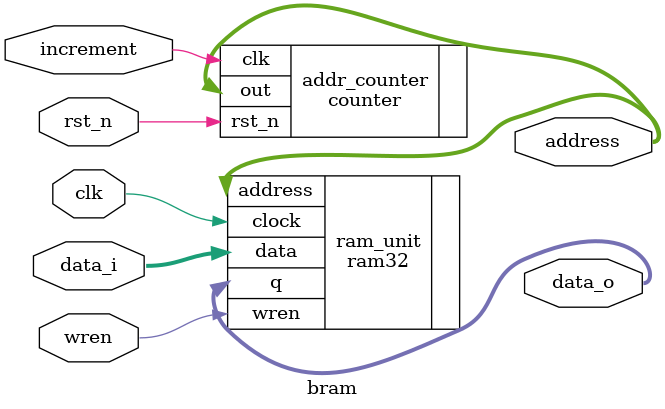
<source format=v>
module bram (
	input clk,    // Clock
	input increment,
	input wren,
	input rst_n,  // Asynchronous reset active low
	input [7:0] data_i,
	output [7:0] data_o,
	output [4:0] address
);

	counter addr_counter(
		.clk   (increment),
		.rst_n (rst_n),
		.out   (address)
	);

	ram32 ram_unit(
		.address(address),
		.clock  (clk),
		.data   (data_i),
		.wren   (wren),
		.q      (data_o)
	);

endmodule
</source>
